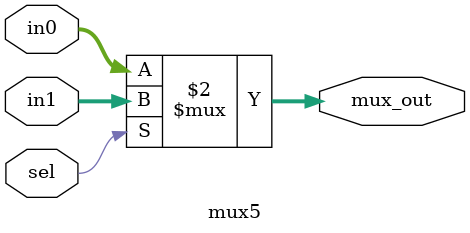
<source format=v>
module mux5 #(parameter width = 5)( 
	    input[width-1:0] in0,
       	    input[width-1:0] in1, 
	    input sel, 
	    output[width-1:0] mux_out
    	);
	assign mux_out = (sel == 1) ? in1 : in0;
endmodule

</source>
